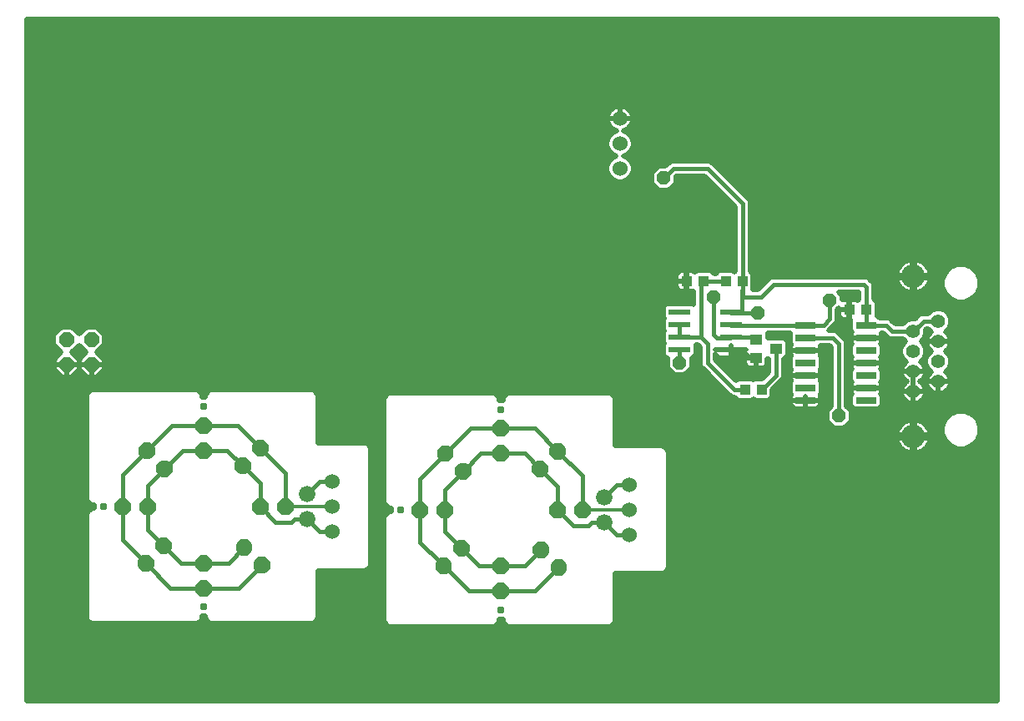
<source format=gtl>
G75*
G70*
%OFA0B0*%
%FSLAX24Y24*%
%IPPOS*%
%LPD*%
%AMOC8*
5,1,8,0,0,1.08239X$1,22.5*
%
%ADD10R,0.0866X0.0236*%
%ADD11R,0.0394X0.0433*%
%ADD12R,0.0413X0.0425*%
%ADD13R,0.0500X0.0394*%
%ADD14OC8,0.0591*%
%ADD15C,0.0600*%
%ADD16C,0.0660*%
%ADD17C,0.0560*%
%ADD18C,0.0945*%
%ADD19R,0.0800X0.0260*%
%ADD20OC8,0.0660*%
%ADD21C,0.0132*%
%ADD22C,0.0200*%
%ADD23OC8,0.0531*%
%ADD24C,0.0160*%
%ADD25C,0.0120*%
%ADD26OC8,0.0290*%
D10*
X027100Y015432D03*
X027100Y015932D03*
X027100Y016432D03*
X027100Y016932D03*
X029148Y016932D03*
X029148Y016432D03*
X029148Y015932D03*
X029148Y015432D03*
D11*
X029717Y013848D03*
X030386Y013848D03*
X029621Y018157D03*
X028952Y018157D03*
D12*
X028068Y018175D03*
X027380Y018175D03*
X033880Y017035D03*
X034568Y017035D03*
D13*
X030945Y015473D03*
X030158Y015847D03*
X030158Y015098D03*
D14*
X003624Y014835D03*
X002624Y014835D03*
X002624Y015835D03*
X003624Y015835D03*
D15*
X013224Y010160D03*
X013224Y009160D03*
X013224Y008160D03*
X025099Y008035D03*
X025099Y009035D03*
X025099Y010035D03*
X024724Y022660D03*
X024724Y023660D03*
X024724Y024660D03*
D16*
X012224Y009660D03*
X012224Y008660D03*
X024099Y008535D03*
X024099Y009535D03*
D17*
X036443Y013754D03*
X036443Y014558D03*
X036443Y015361D03*
X036443Y016164D03*
X037443Y016566D03*
X037443Y015762D03*
X037443Y014959D03*
X037443Y014156D03*
D18*
X036443Y011961D03*
X036443Y018359D03*
D19*
X034559Y016410D03*
X034559Y015910D03*
X034559Y015410D03*
X034559Y014910D03*
X034559Y014410D03*
X034559Y013910D03*
X034559Y013410D03*
X032139Y013410D03*
X032139Y013910D03*
X032139Y014410D03*
X032139Y014910D03*
X032139Y015410D03*
X032139Y015910D03*
X032139Y016410D03*
D20*
X023224Y009035D03*
X022224Y009035D03*
X019974Y011285D03*
X019974Y012285D03*
X017724Y009035D03*
X016724Y009035D03*
X019974Y006785D03*
X019974Y005785D03*
X011349Y009160D03*
X010349Y009160D03*
X008099Y006910D03*
X008099Y005910D03*
X005849Y009160D03*
X004849Y009160D03*
X008099Y011410D03*
X008099Y012410D03*
D21*
X009854Y010834D02*
X009920Y010900D01*
X009920Y010682D01*
X009766Y010528D01*
X009548Y010528D01*
X009394Y010682D01*
X009394Y010900D01*
X009548Y011054D01*
X009766Y011054D01*
X009920Y010900D01*
X009821Y010859D01*
X009821Y010723D01*
X009725Y010627D01*
X009589Y010627D01*
X009493Y010723D01*
X009493Y010859D01*
X009589Y010955D01*
X009725Y010955D01*
X009821Y010859D01*
X009722Y010818D01*
X009722Y010764D01*
X009684Y010726D01*
X009630Y010726D01*
X009592Y010764D01*
X009592Y010818D01*
X009630Y010856D01*
X009684Y010856D01*
X009722Y010818D01*
X010561Y011541D02*
X010627Y011607D01*
X010627Y011389D01*
X010473Y011235D01*
X010255Y011235D01*
X010101Y011389D01*
X010101Y011607D01*
X010255Y011761D01*
X010473Y011761D01*
X010627Y011607D01*
X010528Y011566D01*
X010528Y011430D01*
X010432Y011334D01*
X010296Y011334D01*
X010200Y011430D01*
X010200Y011566D01*
X010296Y011662D01*
X010432Y011662D01*
X010528Y011566D01*
X010429Y011525D01*
X010429Y011471D01*
X010391Y011433D01*
X010337Y011433D01*
X010299Y011471D01*
X010299Y011525D01*
X010337Y011563D01*
X010391Y011563D01*
X010429Y011525D01*
X006483Y010878D02*
X006417Y010944D01*
X006635Y010944D01*
X006789Y010790D01*
X006789Y010572D01*
X006635Y010418D01*
X006417Y010418D01*
X006263Y010572D01*
X006263Y010790D01*
X006417Y010944D01*
X006458Y010845D01*
X006594Y010845D01*
X006690Y010749D01*
X006690Y010613D01*
X006594Y010517D01*
X006458Y010517D01*
X006362Y010613D01*
X006362Y010749D01*
X006458Y010845D01*
X006499Y010746D01*
X006553Y010746D01*
X006591Y010708D01*
X006591Y010654D01*
X006553Y010616D01*
X006499Y010616D01*
X006461Y010654D01*
X006461Y010708D01*
X006499Y010746D01*
X005776Y011586D02*
X005710Y011652D01*
X005928Y011652D01*
X006082Y011498D01*
X006082Y011280D01*
X005928Y011126D01*
X005710Y011126D01*
X005556Y011280D01*
X005556Y011498D01*
X005710Y011652D01*
X005751Y011553D01*
X005887Y011553D01*
X005983Y011457D01*
X005983Y011321D01*
X005887Y011225D01*
X005751Y011225D01*
X005655Y011321D01*
X005655Y011457D01*
X005751Y011553D01*
X005792Y011454D01*
X005846Y011454D01*
X005884Y011416D01*
X005884Y011362D01*
X005846Y011324D01*
X005792Y011324D01*
X005754Y011362D01*
X005754Y011416D01*
X005792Y011454D01*
X006292Y007559D02*
X006226Y007493D01*
X006226Y007711D01*
X006380Y007865D01*
X006598Y007865D01*
X006752Y007711D01*
X006752Y007493D01*
X006598Y007339D01*
X006380Y007339D01*
X006226Y007493D01*
X006325Y007534D01*
X006325Y007670D01*
X006421Y007766D01*
X006557Y007766D01*
X006653Y007670D01*
X006653Y007534D01*
X006557Y007438D01*
X006421Y007438D01*
X006325Y007534D01*
X006424Y007575D01*
X006424Y007629D01*
X006462Y007667D01*
X006516Y007667D01*
X006554Y007629D01*
X006554Y007575D01*
X006516Y007537D01*
X006462Y007537D01*
X006424Y007575D01*
X005585Y006852D02*
X005519Y006786D01*
X005519Y007004D01*
X005673Y007158D01*
X005891Y007158D01*
X006045Y007004D01*
X006045Y006786D01*
X005891Y006632D01*
X005673Y006632D01*
X005519Y006786D01*
X005618Y006827D01*
X005618Y006963D01*
X005714Y007059D01*
X005850Y007059D01*
X005946Y006963D01*
X005946Y006827D01*
X005850Y006731D01*
X005714Y006731D01*
X005618Y006827D01*
X005717Y006868D01*
X005717Y006922D01*
X005755Y006960D01*
X005809Y006960D01*
X005847Y006922D01*
X005847Y006868D01*
X005809Y006830D01*
X005755Y006830D01*
X005717Y006868D01*
X009752Y007332D02*
X009818Y007266D01*
X009600Y007266D01*
X009446Y007420D01*
X009446Y007638D01*
X009600Y007792D01*
X009818Y007792D01*
X009972Y007638D01*
X009972Y007420D01*
X009818Y007266D01*
X009777Y007365D01*
X009641Y007365D01*
X009545Y007461D01*
X009545Y007597D01*
X009641Y007693D01*
X009777Y007693D01*
X009873Y007597D01*
X009873Y007461D01*
X009777Y007365D01*
X009736Y007464D01*
X009682Y007464D01*
X009644Y007502D01*
X009644Y007556D01*
X009682Y007594D01*
X009736Y007594D01*
X009774Y007556D01*
X009774Y007502D01*
X009736Y007464D01*
X010459Y006625D02*
X010525Y006559D01*
X010307Y006559D01*
X010153Y006713D01*
X010153Y006931D01*
X010307Y007085D01*
X010525Y007085D01*
X010679Y006931D01*
X010679Y006713D01*
X010525Y006559D01*
X010484Y006658D01*
X010348Y006658D01*
X010252Y006754D01*
X010252Y006890D01*
X010348Y006986D01*
X010484Y006986D01*
X010580Y006890D01*
X010580Y006754D01*
X010484Y006658D01*
X010443Y006757D01*
X010389Y006757D01*
X010351Y006795D01*
X010351Y006849D01*
X010389Y006887D01*
X010443Y006887D01*
X010481Y006849D01*
X010481Y006795D01*
X010443Y006757D01*
X017482Y006748D02*
X017416Y006682D01*
X017416Y006900D01*
X017570Y007054D01*
X017788Y007054D01*
X017942Y006900D01*
X017942Y006682D01*
X017788Y006528D01*
X017570Y006528D01*
X017416Y006682D01*
X017515Y006723D01*
X017515Y006859D01*
X017611Y006955D01*
X017747Y006955D01*
X017843Y006859D01*
X017843Y006723D01*
X017747Y006627D01*
X017611Y006627D01*
X017515Y006723D01*
X017614Y006764D01*
X017614Y006818D01*
X017652Y006856D01*
X017706Y006856D01*
X017744Y006818D01*
X017744Y006764D01*
X017706Y006726D01*
X017652Y006726D01*
X017614Y006764D01*
X018189Y007455D02*
X018123Y007389D01*
X018123Y007607D01*
X018277Y007761D01*
X018495Y007761D01*
X018649Y007607D01*
X018649Y007389D01*
X018495Y007235D01*
X018277Y007235D01*
X018123Y007389D01*
X018222Y007430D01*
X018222Y007566D01*
X018318Y007662D01*
X018454Y007662D01*
X018550Y007566D01*
X018550Y007430D01*
X018454Y007334D01*
X018318Y007334D01*
X018222Y007430D01*
X018321Y007471D01*
X018321Y007525D01*
X018359Y007563D01*
X018413Y007563D01*
X018451Y007525D01*
X018451Y007471D01*
X018413Y007433D01*
X018359Y007433D01*
X018321Y007471D01*
X021612Y007243D02*
X021678Y007177D01*
X021460Y007177D01*
X021306Y007331D01*
X021306Y007549D01*
X021460Y007703D01*
X021678Y007703D01*
X021832Y007549D01*
X021832Y007331D01*
X021678Y007177D01*
X021637Y007276D01*
X021501Y007276D01*
X021405Y007372D01*
X021405Y007508D01*
X021501Y007604D01*
X021637Y007604D01*
X021733Y007508D01*
X021733Y007372D01*
X021637Y007276D01*
X021596Y007375D01*
X021542Y007375D01*
X021504Y007413D01*
X021504Y007467D01*
X021542Y007505D01*
X021596Y007505D01*
X021634Y007467D01*
X021634Y007413D01*
X021596Y007375D01*
X022319Y006536D02*
X022385Y006470D01*
X022167Y006470D01*
X022013Y006624D01*
X022013Y006842D01*
X022167Y006996D01*
X022385Y006996D01*
X022539Y006842D01*
X022539Y006624D01*
X022385Y006470D01*
X022344Y006569D01*
X022208Y006569D01*
X022112Y006665D01*
X022112Y006801D01*
X022208Y006897D01*
X022344Y006897D01*
X022440Y006801D01*
X022440Y006665D01*
X022344Y006569D01*
X022303Y006668D01*
X022249Y006668D01*
X022211Y006706D01*
X022211Y006760D01*
X022249Y006798D01*
X022303Y006798D01*
X022341Y006760D01*
X022341Y006706D01*
X022303Y006668D01*
X021729Y010709D02*
X021795Y010775D01*
X021795Y010557D01*
X021641Y010403D01*
X021423Y010403D01*
X021269Y010557D01*
X021269Y010775D01*
X021423Y010929D01*
X021641Y010929D01*
X021795Y010775D01*
X021696Y010734D01*
X021696Y010598D01*
X021600Y010502D01*
X021464Y010502D01*
X021368Y010598D01*
X021368Y010734D01*
X021464Y010830D01*
X021600Y010830D01*
X021696Y010734D01*
X021597Y010693D01*
X021597Y010639D01*
X021559Y010601D01*
X021505Y010601D01*
X021467Y010639D01*
X021467Y010693D01*
X021505Y010731D01*
X021559Y010731D01*
X021597Y010693D01*
X022436Y011416D02*
X022502Y011482D01*
X022502Y011264D01*
X022348Y011110D01*
X022130Y011110D01*
X021976Y011264D01*
X021976Y011482D01*
X022130Y011636D01*
X022348Y011636D01*
X022502Y011482D01*
X022403Y011441D01*
X022403Y011305D01*
X022307Y011209D01*
X022171Y011209D01*
X022075Y011305D01*
X022075Y011441D01*
X022171Y011537D01*
X022307Y011537D01*
X022403Y011441D01*
X022304Y011400D01*
X022304Y011346D01*
X022266Y011308D01*
X022212Y011308D01*
X022174Y011346D01*
X022174Y011400D01*
X022212Y011438D01*
X022266Y011438D01*
X022304Y011400D01*
X018410Y010775D02*
X018344Y010841D01*
X018562Y010841D01*
X018716Y010687D01*
X018716Y010469D01*
X018562Y010315D01*
X018344Y010315D01*
X018190Y010469D01*
X018190Y010687D01*
X018344Y010841D01*
X018385Y010742D01*
X018521Y010742D01*
X018617Y010646D01*
X018617Y010510D01*
X018521Y010414D01*
X018385Y010414D01*
X018289Y010510D01*
X018289Y010646D01*
X018385Y010742D01*
X018426Y010643D01*
X018480Y010643D01*
X018518Y010605D01*
X018518Y010551D01*
X018480Y010513D01*
X018426Y010513D01*
X018388Y010551D01*
X018388Y010605D01*
X018426Y010643D01*
X017702Y011482D02*
X017636Y011548D01*
X017854Y011548D01*
X018008Y011394D01*
X018008Y011176D01*
X017854Y011022D01*
X017636Y011022D01*
X017482Y011176D01*
X017482Y011394D01*
X017636Y011548D01*
X017677Y011449D01*
X017813Y011449D01*
X017909Y011353D01*
X017909Y011217D01*
X017813Y011121D01*
X017677Y011121D01*
X017581Y011217D01*
X017581Y011353D01*
X017677Y011449D01*
X017718Y011350D01*
X017772Y011350D01*
X017810Y011312D01*
X017810Y011258D01*
X017772Y011220D01*
X017718Y011220D01*
X017680Y011258D01*
X017680Y011312D01*
X017718Y011350D01*
D22*
X001034Y001388D02*
X039784Y001388D01*
X039784Y028638D01*
X001034Y028638D01*
X001034Y001388D01*
X001034Y001550D02*
X039784Y001550D01*
X039784Y001748D02*
X001034Y001748D01*
X001034Y001947D02*
X039784Y001947D01*
X039784Y002145D02*
X001034Y002145D01*
X001034Y002344D02*
X039784Y002344D01*
X039784Y002542D02*
X001034Y002542D01*
X001034Y002741D02*
X039784Y002741D01*
X039784Y002939D02*
X001034Y002939D01*
X001034Y003138D02*
X039784Y003138D01*
X039784Y003336D02*
X001034Y003336D01*
X001034Y003535D02*
X039784Y003535D01*
X039784Y003733D02*
X001034Y003733D01*
X001034Y003932D02*
X039784Y003932D01*
X039784Y004130D02*
X001034Y004130D01*
X001034Y004329D02*
X039784Y004329D01*
X039784Y004527D02*
X024494Y004527D01*
X024478Y004490D02*
X024524Y004600D01*
X024524Y006485D01*
X026409Y006485D01*
X026519Y006531D01*
X026603Y006615D01*
X026649Y006725D01*
X026649Y011345D01*
X026603Y011455D01*
X026519Y011539D01*
X026409Y011585D01*
X024524Y011585D01*
X024524Y013470D01*
X024478Y013580D01*
X024394Y013664D01*
X024284Y013710D01*
X020289Y013710D01*
X020179Y013664D01*
X020095Y013580D01*
X020049Y013470D01*
X020049Y013400D01*
X019899Y013400D01*
X019899Y013470D01*
X019853Y013580D01*
X019769Y013664D01*
X019659Y013710D01*
X015539Y013710D01*
X015429Y013664D01*
X015345Y013580D01*
X015299Y013470D01*
X015299Y009350D01*
X015345Y009240D01*
X015429Y009156D01*
X015539Y009110D01*
X015609Y009110D01*
X015609Y008960D01*
X015539Y008960D01*
X015429Y008914D01*
X015345Y008830D01*
X015299Y008720D01*
X015299Y004600D01*
X015345Y004490D01*
X015429Y004406D01*
X015539Y004360D01*
X019659Y004360D01*
X019769Y004406D01*
X019853Y004490D01*
X019899Y004600D01*
X019899Y004670D01*
X020049Y004670D01*
X020049Y004600D01*
X020095Y004490D01*
X020179Y004406D01*
X020289Y004360D01*
X024284Y004360D01*
X024394Y004406D01*
X024478Y004490D01*
X024524Y004726D02*
X039784Y004726D01*
X039784Y004924D02*
X024524Y004924D01*
X024524Y005123D02*
X039784Y005123D01*
X039784Y005321D02*
X024524Y005321D01*
X024524Y005520D02*
X039784Y005520D01*
X039784Y005718D02*
X024524Y005718D01*
X024524Y005917D02*
X039784Y005917D01*
X039784Y006115D02*
X024524Y006115D01*
X024524Y006314D02*
X039784Y006314D01*
X039784Y006512D02*
X026474Y006512D01*
X026643Y006711D02*
X039784Y006711D01*
X039784Y006909D02*
X026649Y006909D01*
X026649Y007108D02*
X039784Y007108D01*
X039784Y007306D02*
X026649Y007306D01*
X026649Y007505D02*
X039784Y007505D01*
X039784Y007703D02*
X026649Y007703D01*
X026649Y007902D02*
X039784Y007902D01*
X039784Y008100D02*
X026649Y008100D01*
X026649Y008299D02*
X039784Y008299D01*
X039784Y008497D02*
X026649Y008497D01*
X026649Y008696D02*
X039784Y008696D01*
X039784Y008894D02*
X026649Y008894D01*
X026649Y009093D02*
X039784Y009093D01*
X039784Y009291D02*
X026649Y009291D01*
X026649Y009490D02*
X039784Y009490D01*
X039784Y009688D02*
X026649Y009688D01*
X026649Y009887D02*
X039784Y009887D01*
X039784Y010085D02*
X026649Y010085D01*
X026649Y010284D02*
X039784Y010284D01*
X039784Y010482D02*
X026649Y010482D01*
X026649Y010681D02*
X039784Y010681D01*
X039784Y010879D02*
X026649Y010879D01*
X026649Y011078D02*
X039784Y011078D01*
X039784Y011276D02*
X026649Y011276D01*
X026584Y011475D02*
X035979Y011475D01*
X035999Y011455D02*
X036069Y011401D01*
X036145Y011357D01*
X036227Y011323D01*
X036312Y011300D01*
X036386Y011291D01*
X036386Y011904D01*
X035773Y011904D01*
X035783Y011830D01*
X035805Y011745D01*
X035839Y011663D01*
X035883Y011587D01*
X035937Y011517D01*
X035999Y011455D01*
X035835Y011673D02*
X024524Y011673D01*
X024524Y011872D02*
X035777Y011872D01*
X035773Y012019D02*
X036386Y012019D01*
X036386Y012632D01*
X036312Y012622D01*
X036227Y012599D01*
X036145Y012566D01*
X036069Y012521D01*
X035999Y012468D01*
X035937Y012406D01*
X035883Y012336D01*
X035839Y012259D01*
X035805Y012178D01*
X035783Y012093D01*
X035773Y012019D01*
X035780Y012070D02*
X024524Y012070D01*
X024524Y012269D02*
X035844Y012269D01*
X035998Y012467D02*
X033843Y012467D01*
X033960Y012584D02*
X033675Y012299D01*
X033273Y012299D01*
X032988Y012584D01*
X032988Y012986D01*
X033174Y013172D01*
X033174Y015536D01*
X033100Y015610D01*
X032727Y015610D01*
X032739Y015566D01*
X032739Y015410D01*
X032139Y015410D01*
X032139Y015410D01*
X031539Y015410D01*
X031539Y015566D01*
X031553Y015617D01*
X031567Y015641D01*
X031519Y015689D01*
X031519Y016110D01*
X030628Y016110D01*
X030628Y015889D01*
X031287Y015889D01*
X031415Y015760D01*
X031415Y015185D01*
X031287Y015056D01*
X031245Y015056D01*
X031245Y014347D01*
X031200Y014237D01*
X030803Y013840D01*
X030803Y013540D01*
X030674Y013411D01*
X030098Y013411D01*
X030052Y013458D01*
X030005Y013411D01*
X029429Y013411D01*
X029300Y013540D01*
X029300Y013548D01*
X029227Y013548D01*
X029117Y013593D01*
X029032Y013678D01*
X029032Y013678D01*
X028054Y014656D01*
X027970Y014740D01*
X027924Y014850D01*
X027924Y015536D01*
X027827Y015632D01*
X027753Y015632D01*
X027753Y015223D01*
X027625Y015094D01*
X027585Y015094D01*
X027585Y014709D01*
X027300Y014424D01*
X026898Y014424D01*
X026613Y014709D01*
X026613Y015094D01*
X026576Y015094D01*
X026447Y015223D01*
X026447Y015641D01*
X026488Y015682D01*
X026447Y015723D01*
X026447Y016141D01*
X026488Y016182D01*
X026447Y016223D01*
X026447Y016641D01*
X026488Y016682D01*
X026447Y016723D01*
X026447Y017141D01*
X026576Y017270D01*
X027625Y017270D01*
X027652Y017243D01*
X027652Y017773D01*
X027613Y017763D01*
X027383Y017763D01*
X027383Y018172D01*
X027376Y018172D01*
X026973Y018172D01*
X026973Y017936D01*
X026986Y017885D01*
X027013Y017840D01*
X027050Y017803D01*
X027096Y017776D01*
X027146Y017763D01*
X027376Y017763D01*
X027376Y018172D01*
X027376Y018179D01*
X027376Y018588D01*
X027146Y018588D01*
X027096Y018574D01*
X027050Y018548D01*
X027013Y018511D01*
X026986Y018465D01*
X026973Y018414D01*
X026973Y018179D01*
X027376Y018179D01*
X027383Y018179D01*
X027383Y018588D01*
X027613Y018588D01*
X027663Y018574D01*
X027709Y018548D01*
X027710Y018547D01*
X027771Y018608D01*
X028366Y018608D01*
X028495Y018479D01*
X028495Y018475D01*
X028545Y018475D01*
X028664Y018594D01*
X029240Y018594D01*
X029287Y018547D01*
X029324Y018585D01*
X029324Y021136D01*
X028100Y022360D01*
X026973Y022360D01*
X026960Y022346D01*
X026960Y022084D01*
X026675Y021799D01*
X026273Y021799D01*
X025988Y022084D01*
X025988Y022486D01*
X026273Y022771D01*
X026535Y022771D01*
X026679Y022914D01*
X026789Y022960D01*
X028284Y022960D01*
X028394Y022914D01*
X028478Y022830D01*
X028478Y022830D01*
X029878Y021430D01*
X029924Y021320D01*
X029924Y018579D01*
X030038Y018465D01*
X030038Y017850D01*
X030023Y017835D01*
X030225Y017835D01*
X030679Y018289D01*
X030789Y018335D01*
X034534Y018335D01*
X034644Y018289D01*
X034728Y018205D01*
X034813Y018120D01*
X034859Y018010D01*
X034859Y017468D01*
X034866Y017468D01*
X034995Y017339D01*
X034995Y016760D01*
X035050Y016760D01*
X035100Y016710D01*
X035409Y016710D01*
X035519Y016664D01*
X035603Y016580D01*
X035719Y016464D01*
X036036Y016464D01*
X036160Y016588D01*
X036344Y016664D01*
X036519Y016664D01*
X036675Y016820D01*
X036785Y016866D01*
X037036Y016866D01*
X037160Y016989D01*
X037344Y017066D01*
X037543Y017066D01*
X037727Y016989D01*
X037867Y016849D01*
X037943Y016665D01*
X037943Y016466D01*
X037867Y016282D01*
X037732Y016146D01*
X037756Y016128D01*
X037810Y016075D01*
X037854Y016014D01*
X037888Y015947D01*
X037912Y015875D01*
X037923Y015800D01*
X037923Y015762D01*
X037444Y015762D01*
X037444Y015762D01*
X037923Y015762D01*
X037923Y015725D01*
X037912Y015650D01*
X037888Y015578D01*
X037854Y015511D01*
X037810Y015450D01*
X037756Y015396D01*
X037732Y015378D01*
X037867Y015242D01*
X037943Y015059D01*
X037943Y014860D01*
X037867Y014676D01*
X037732Y014540D01*
X037756Y014522D01*
X037810Y014469D01*
X037854Y014408D01*
X037888Y014340D01*
X037912Y014268D01*
X037923Y014194D01*
X037923Y014156D01*
X037444Y014156D01*
X037444Y014156D01*
X037923Y014156D01*
X037923Y014118D01*
X037912Y014044D01*
X037888Y013972D01*
X037854Y013904D01*
X037810Y013843D01*
X037756Y013790D01*
X037695Y013746D01*
X037628Y013711D01*
X037556Y013688D01*
X037481Y013676D01*
X037443Y013676D01*
X037443Y014156D01*
X036963Y014156D01*
X036963Y014118D01*
X036975Y014044D01*
X036999Y013972D01*
X037033Y013904D01*
X037077Y013843D01*
X037131Y013790D01*
X037192Y013746D01*
X037259Y013711D01*
X037331Y013688D01*
X037406Y013676D01*
X037443Y013676D01*
X037443Y014156D01*
X037443Y014156D01*
X036963Y014156D01*
X036963Y014194D01*
X036975Y014268D01*
X036999Y014340D01*
X037033Y014408D01*
X037077Y014469D01*
X037131Y014522D01*
X037155Y014540D01*
X037020Y014676D01*
X036943Y014860D01*
X036943Y015059D01*
X037020Y015242D01*
X037155Y015378D01*
X037131Y015396D01*
X037077Y015450D01*
X037033Y015511D01*
X036999Y015578D01*
X036975Y015650D01*
X036963Y015725D01*
X036963Y015762D01*
X037443Y015762D01*
X037443Y015762D01*
X036963Y015762D01*
X036963Y015800D01*
X036975Y015875D01*
X036999Y015947D01*
X037033Y016014D01*
X037077Y016075D01*
X037131Y016128D01*
X037155Y016146D01*
X037036Y016266D01*
X036969Y016266D01*
X036943Y016240D01*
X036943Y016064D01*
X036867Y015881D01*
X036749Y015762D01*
X036867Y015644D01*
X036943Y015460D01*
X036943Y015261D01*
X036867Y015078D01*
X036732Y014942D01*
X036756Y014924D01*
X036810Y014870D01*
X036854Y014809D01*
X036888Y014742D01*
X036912Y014670D01*
X036923Y014595D01*
X036923Y014558D01*
X036444Y014558D01*
X036444Y014558D01*
X036923Y014558D01*
X036923Y014520D01*
X036912Y014445D01*
X036888Y014373D01*
X036854Y014306D01*
X036810Y014245D01*
X036756Y014192D01*
X036707Y014156D01*
X036756Y014121D01*
X036810Y014067D01*
X036854Y014006D01*
X036888Y013939D01*
X036912Y013867D01*
X036923Y013792D01*
X036923Y013754D01*
X036444Y013754D01*
X036444Y013754D01*
X036443Y013754D02*
X036443Y013274D01*
X036443Y013754D01*
X036443Y013754D01*
X035963Y013754D01*
X035963Y013717D01*
X035975Y013642D01*
X035999Y013570D01*
X036033Y013503D01*
X036077Y013442D01*
X036131Y013388D01*
X036192Y013344D01*
X036259Y013310D01*
X036331Y013286D01*
X036406Y013274D01*
X036443Y013274D01*
X036481Y013274D01*
X036556Y013286D01*
X036628Y013310D01*
X036695Y013344D01*
X036756Y013388D01*
X036810Y013442D01*
X036854Y013503D01*
X036888Y013570D01*
X036912Y013642D01*
X036923Y013717D01*
X036923Y013754D01*
X036444Y013754D01*
X036443Y013754D02*
X036443Y013754D01*
X035963Y013754D01*
X035963Y013792D01*
X035975Y013867D01*
X035999Y013939D01*
X036033Y014006D01*
X036077Y014067D01*
X036131Y014121D01*
X036180Y014156D01*
X036131Y014192D01*
X036077Y014245D01*
X036033Y014306D01*
X035999Y014373D01*
X035975Y014445D01*
X035963Y014520D01*
X035963Y014558D01*
X036443Y014558D01*
X036443Y014558D01*
X035963Y014558D01*
X035963Y014595D01*
X035975Y014670D01*
X035999Y014742D01*
X036033Y014809D01*
X036077Y014870D01*
X036131Y014924D01*
X036155Y014942D01*
X036020Y015078D01*
X035943Y015261D01*
X035943Y015460D01*
X036020Y015644D01*
X036138Y015762D01*
X036036Y015864D01*
X035535Y015864D01*
X035425Y015910D01*
X035225Y016110D01*
X035147Y016110D01*
X035159Y016066D01*
X035159Y015910D01*
X034559Y015910D01*
X034559Y015910D01*
X033959Y015910D01*
X033959Y016066D01*
X033973Y016117D01*
X033987Y016141D01*
X033939Y016189D01*
X033939Y016622D01*
X033883Y016622D01*
X033883Y017032D01*
X033876Y017032D01*
X033473Y017032D01*
X033473Y016796D01*
X033486Y016745D01*
X033513Y016700D01*
X033550Y016662D01*
X033596Y016636D01*
X033646Y016622D01*
X033876Y016622D01*
X033876Y017032D01*
X033876Y017038D01*
X033473Y017038D01*
X033473Y017097D01*
X033399Y017023D01*
X033399Y016600D01*
X033353Y016490D01*
X033103Y016240D01*
X033073Y016210D01*
X033284Y016210D01*
X033394Y016164D01*
X033478Y016080D01*
X033728Y015830D01*
X033774Y015720D01*
X033774Y013172D01*
X033960Y012986D01*
X033960Y012584D01*
X033960Y012666D02*
X037720Y012666D01*
X037712Y012657D02*
X037597Y012380D01*
X037597Y012081D01*
X037712Y011805D01*
X037923Y011593D01*
X038199Y011479D01*
X038499Y011479D01*
X038775Y011593D01*
X038986Y011805D01*
X039101Y012081D01*
X039101Y012380D01*
X038986Y012657D01*
X038775Y012868D01*
X038499Y012983D01*
X038199Y012983D01*
X037923Y012868D01*
X037712Y012657D01*
X037633Y012467D02*
X036889Y012467D01*
X036888Y012468D02*
X036818Y012521D01*
X036742Y012566D01*
X036660Y012599D01*
X036575Y012622D01*
X036501Y012632D01*
X036501Y012019D01*
X036386Y012019D01*
X036386Y011904D01*
X036501Y011904D01*
X036501Y012019D01*
X037114Y012019D01*
X037104Y012093D01*
X037082Y012178D01*
X037048Y012259D01*
X037004Y012336D01*
X036950Y012406D01*
X036888Y012468D01*
X037043Y012269D02*
X037597Y012269D01*
X037602Y012070D02*
X037107Y012070D01*
X037114Y011904D02*
X036501Y011904D01*
X036501Y011291D01*
X036575Y011300D01*
X036660Y011323D01*
X036742Y011357D01*
X036818Y011401D01*
X036888Y011455D01*
X036950Y011517D01*
X037004Y011587D01*
X037048Y011663D01*
X037082Y011745D01*
X037104Y011830D01*
X037114Y011904D01*
X037110Y011872D02*
X037684Y011872D01*
X037843Y011673D02*
X037052Y011673D01*
X036908Y011475D02*
X039784Y011475D01*
X039784Y011673D02*
X038855Y011673D01*
X039014Y011872D02*
X039784Y011872D01*
X039784Y012070D02*
X039096Y012070D01*
X039101Y012269D02*
X039784Y012269D01*
X039784Y012467D02*
X039065Y012467D01*
X038978Y012666D02*
X039784Y012666D01*
X039784Y012864D02*
X038779Y012864D01*
X037919Y012864D02*
X033960Y012864D01*
X033883Y013063D02*
X034065Y013063D01*
X034068Y013060D02*
X035050Y013060D01*
X035179Y013189D01*
X035179Y013631D01*
X035131Y013679D01*
X035145Y013703D01*
X035159Y013754D01*
X035159Y013910D01*
X035159Y014066D01*
X035145Y014117D01*
X035131Y014141D01*
X035179Y014189D01*
X035179Y014631D01*
X035131Y014679D01*
X035145Y014703D01*
X035159Y014754D01*
X035159Y014910D01*
X035159Y015066D01*
X035145Y015117D01*
X035131Y015141D01*
X035179Y015189D01*
X035179Y015631D01*
X035131Y015679D01*
X035145Y015703D01*
X035159Y015754D01*
X035159Y015910D01*
X034559Y015910D01*
X033959Y015910D01*
X033959Y015754D01*
X033973Y015703D01*
X033987Y015679D01*
X033939Y015631D01*
X033939Y015189D01*
X033987Y015141D01*
X033973Y015117D01*
X033959Y015066D01*
X033959Y014910D01*
X034559Y014910D01*
X034559Y014910D01*
X033959Y014910D01*
X033959Y014754D01*
X033973Y014703D01*
X033987Y014679D01*
X033939Y014631D01*
X033939Y014189D01*
X033987Y014141D01*
X033973Y014117D01*
X033959Y014066D01*
X033959Y013910D01*
X034559Y013910D01*
X034559Y013910D01*
X033959Y013910D01*
X033959Y013754D01*
X033973Y013703D01*
X033987Y013679D01*
X033939Y013631D01*
X033939Y013189D01*
X034068Y013060D01*
X033939Y013261D02*
X033774Y013261D01*
X033774Y013460D02*
X033939Y013460D01*
X033966Y013658D02*
X033774Y013658D01*
X033774Y013857D02*
X033959Y013857D01*
X033959Y014055D02*
X033774Y014055D01*
X033774Y014254D02*
X033939Y014254D01*
X033939Y014452D02*
X033774Y014452D01*
X033774Y014651D02*
X033958Y014651D01*
X033959Y014849D02*
X033774Y014849D01*
X033774Y015048D02*
X033959Y015048D01*
X033939Y015246D02*
X033774Y015246D01*
X033774Y015445D02*
X033939Y015445D01*
X033951Y015643D02*
X033774Y015643D01*
X033717Y015842D02*
X033959Y015842D01*
X033959Y016040D02*
X033518Y016040D01*
X033102Y016239D02*
X033939Y016239D01*
X033939Y016437D02*
X033300Y016437D01*
X033399Y016636D02*
X033598Y016636D01*
X033473Y016834D02*
X033399Y016834D01*
X033408Y017033D02*
X033876Y017033D01*
X033876Y017038D02*
X033876Y017448D01*
X033646Y017448D01*
X033596Y017434D01*
X033585Y017428D01*
X033585Y017611D01*
X033461Y017735D01*
X034259Y017735D01*
X034259Y017456D01*
X034210Y017407D01*
X034209Y017408D01*
X034163Y017434D01*
X034113Y017448D01*
X033883Y017448D01*
X033883Y017038D01*
X033876Y017038D01*
X033876Y017231D02*
X033883Y017231D01*
X033876Y017430D02*
X033883Y017430D01*
X034171Y017430D02*
X034233Y017430D01*
X034259Y017628D02*
X033568Y017628D01*
X033585Y017430D02*
X033588Y017430D01*
X033876Y016834D02*
X033883Y016834D01*
X033876Y016636D02*
X033883Y016636D01*
X034559Y015910D02*
X034559Y015910D01*
X035159Y015842D02*
X036059Y015842D01*
X036019Y015643D02*
X035167Y015643D01*
X035179Y015445D02*
X035943Y015445D01*
X035950Y015246D02*
X035179Y015246D01*
X035159Y015048D02*
X036050Y015048D01*
X036062Y014849D02*
X035159Y014849D01*
X035159Y014910D02*
X034559Y014910D01*
X035159Y014910D01*
X035160Y014651D02*
X035972Y014651D01*
X035974Y014452D02*
X035179Y014452D01*
X035179Y014254D02*
X036071Y014254D01*
X036069Y014055D02*
X035159Y014055D01*
X035159Y013910D02*
X034559Y013910D01*
X034559Y013910D01*
X035159Y013910D01*
X035159Y013857D02*
X035974Y013857D01*
X035973Y013658D02*
X035152Y013658D01*
X035179Y013460D02*
X036064Y013460D01*
X036443Y013460D02*
X036443Y013460D01*
X036443Y013658D02*
X036443Y013658D01*
X036443Y013755D02*
X036443Y014234D01*
X036443Y014558D01*
X036443Y014558D01*
X036443Y013755D01*
X036443Y013755D01*
X036443Y013857D02*
X036443Y013857D01*
X036443Y014055D02*
X036443Y014055D01*
X036443Y014254D02*
X036443Y014254D01*
X036443Y014452D02*
X036443Y014452D01*
X036816Y014254D02*
X036973Y014254D01*
X036974Y014055D02*
X036818Y014055D01*
X036913Y013857D02*
X037068Y013857D01*
X036914Y013658D02*
X039784Y013658D01*
X039784Y013460D02*
X036822Y013460D01*
X037443Y013857D02*
X037443Y013857D01*
X037443Y014055D02*
X037443Y014055D01*
X037443Y014156D02*
X037443Y014156D01*
X037065Y014452D02*
X036913Y014452D01*
X036915Y014651D02*
X037045Y014651D01*
X036948Y014849D02*
X036825Y014849D01*
X036837Y015048D02*
X036943Y015048D01*
X036937Y015246D02*
X037023Y015246D01*
X037083Y015445D02*
X036943Y015445D01*
X036978Y015643D02*
X036868Y015643D01*
X036828Y015842D02*
X036970Y015842D01*
X036933Y016040D02*
X037052Y016040D01*
X037063Y016239D02*
X036943Y016239D01*
X036275Y016636D02*
X035548Y016636D01*
X034995Y016834D02*
X036709Y016834D01*
X037264Y017033D02*
X034995Y017033D01*
X034995Y017231D02*
X039784Y017231D01*
X039784Y017033D02*
X037623Y017033D01*
X037873Y016834D02*
X039784Y016834D01*
X039784Y016636D02*
X037943Y016636D01*
X037931Y016437D02*
X039784Y016437D01*
X039784Y016239D02*
X037824Y016239D01*
X037835Y016040D02*
X039784Y016040D01*
X039784Y015842D02*
X037917Y015842D01*
X037909Y015643D02*
X039784Y015643D01*
X039784Y015445D02*
X037804Y015445D01*
X037864Y015246D02*
X039784Y015246D01*
X039784Y015048D02*
X037943Y015048D01*
X037939Y014849D02*
X039784Y014849D01*
X039784Y014651D02*
X037842Y014651D01*
X037822Y014452D02*
X039784Y014452D01*
X039784Y014254D02*
X037914Y014254D01*
X037913Y014055D02*
X039784Y014055D01*
X039784Y013857D02*
X037819Y013857D01*
X039784Y013261D02*
X035179Y013261D01*
X035053Y013063D02*
X039784Y013063D01*
X036501Y012467D02*
X036386Y012467D01*
X036386Y012269D02*
X036501Y012269D01*
X036501Y012070D02*
X036386Y012070D01*
X036386Y011872D02*
X036501Y011872D01*
X036501Y011673D02*
X036386Y011673D01*
X036386Y011475D02*
X036501Y011475D01*
X033105Y012467D02*
X024524Y012467D01*
X024524Y012666D02*
X032988Y012666D01*
X032988Y012864D02*
X024524Y012864D01*
X024524Y013063D02*
X033065Y013063D01*
X033174Y013261D02*
X032739Y013261D01*
X032739Y013254D02*
X032739Y013410D01*
X032739Y013566D01*
X032725Y013617D01*
X032711Y013641D01*
X032759Y013689D01*
X032759Y014131D01*
X032711Y014179D01*
X032725Y014203D01*
X032739Y014254D01*
X032739Y014410D01*
X032739Y014566D01*
X032725Y014617D01*
X032711Y014641D01*
X032759Y014689D01*
X032759Y015131D01*
X032711Y015179D01*
X032725Y015203D01*
X032739Y015254D01*
X032739Y015410D01*
X032139Y015410D01*
X031539Y015410D01*
X031539Y015254D01*
X031553Y015203D01*
X031567Y015179D01*
X031519Y015131D01*
X031519Y014689D01*
X031567Y014641D01*
X031553Y014617D01*
X031539Y014566D01*
X031539Y014410D01*
X032139Y014410D01*
X032139Y014410D01*
X031539Y014410D01*
X031539Y014254D01*
X031553Y014203D01*
X031567Y014179D01*
X031519Y014131D01*
X031519Y013689D01*
X031567Y013641D01*
X031553Y013617D01*
X031539Y013566D01*
X031539Y013410D01*
X032139Y013410D01*
X032139Y013410D01*
X031539Y013410D01*
X031539Y013254D01*
X031553Y013203D01*
X031579Y013157D01*
X031616Y013120D01*
X031662Y013094D01*
X031713Y013080D01*
X032139Y013080D01*
X032139Y013410D01*
X032139Y013560D01*
X032139Y013560D01*
X032139Y013410D01*
X032139Y013410D01*
X032139Y013410D01*
X032139Y013080D01*
X032565Y013080D01*
X032616Y013094D01*
X032662Y013120D01*
X032699Y013157D01*
X032725Y013203D01*
X032739Y013254D01*
X032739Y013410D02*
X032139Y013410D01*
X032739Y013410D01*
X032739Y013460D02*
X033174Y013460D01*
X033174Y013658D02*
X032728Y013658D01*
X032759Y013857D02*
X033174Y013857D01*
X033174Y014055D02*
X032759Y014055D01*
X032739Y014254D02*
X033174Y014254D01*
X033174Y014452D02*
X032739Y014452D01*
X032739Y014410D02*
X032139Y014410D01*
X032139Y014410D01*
X032739Y014410D01*
X032721Y014651D02*
X033174Y014651D01*
X033174Y014849D02*
X032759Y014849D01*
X032759Y015048D02*
X033174Y015048D01*
X033174Y015246D02*
X032737Y015246D01*
X032739Y015445D02*
X033174Y015445D01*
X032139Y015410D02*
X032139Y015410D01*
X031539Y015445D02*
X031415Y015445D01*
X031415Y015643D02*
X031565Y015643D01*
X031519Y015842D02*
X031334Y015842D01*
X031519Y016040D02*
X030628Y016040D01*
X029762Y015432D02*
X029762Y015432D01*
X029148Y015432D01*
X029148Y015432D01*
X029148Y015114D01*
X029607Y015114D01*
X029658Y015128D01*
X029704Y015154D01*
X029708Y015159D01*
X029708Y015098D01*
X029708Y014875D01*
X029722Y014824D01*
X029748Y014779D01*
X029785Y014742D01*
X029831Y014715D01*
X029882Y014702D01*
X030158Y014702D01*
X030158Y015098D01*
X030158Y015098D01*
X030158Y014702D01*
X030434Y014702D01*
X030485Y014715D01*
X030531Y014742D01*
X030568Y014779D01*
X030594Y014824D01*
X030608Y014875D01*
X030608Y015056D01*
X030645Y015056D01*
X030645Y014531D01*
X030399Y014284D01*
X030098Y014284D01*
X030052Y014237D01*
X030005Y014284D01*
X029429Y014284D01*
X029352Y014207D01*
X028524Y015034D01*
X028524Y015253D01*
X028528Y015237D01*
X028555Y015191D01*
X028592Y015154D01*
X028637Y015128D01*
X028688Y015114D01*
X029148Y015114D01*
X029148Y015432D01*
X029148Y015432D01*
X029762Y015432D01*
X029708Y015098D02*
X030158Y015098D01*
X029708Y015098D01*
X029708Y015048D02*
X028524Y015048D01*
X028524Y015246D02*
X028526Y015246D01*
X028524Y015432D02*
X028524Y015432D01*
X029148Y015432D01*
X029148Y015432D01*
X029148Y015594D01*
X029148Y015594D01*
X029148Y015432D01*
X029148Y015432D01*
X028524Y015432D01*
X027924Y015445D02*
X027753Y015445D01*
X027753Y015246D02*
X027924Y015246D01*
X027924Y015048D02*
X027585Y015048D01*
X027585Y014849D02*
X027925Y014849D01*
X028059Y014651D02*
X027526Y014651D01*
X027328Y014452D02*
X028258Y014452D01*
X028456Y014254D02*
X001034Y014254D01*
X001034Y014452D02*
X002307Y014452D01*
X002419Y014340D02*
X002129Y014630D01*
X002129Y014835D01*
X002624Y014835D01*
X002624Y014835D01*
X002129Y014835D01*
X002129Y015040D01*
X002409Y015321D01*
X002109Y015622D01*
X002109Y016048D01*
X002411Y016350D01*
X002837Y016350D01*
X003124Y016064D01*
X003411Y016350D01*
X003837Y016350D01*
X004139Y016048D01*
X004139Y015622D01*
X003839Y015321D01*
X004119Y015040D01*
X004119Y014835D01*
X003624Y014835D01*
X003624Y014835D01*
X003129Y014835D01*
X003129Y014630D01*
X003419Y014340D01*
X003624Y014340D01*
X003624Y014835D01*
X003129Y014835D01*
X003129Y015040D01*
X003409Y015321D01*
X003124Y015606D01*
X002839Y015321D01*
X003119Y015040D01*
X003119Y014835D01*
X002624Y014835D01*
X002624Y014835D01*
X002624Y014340D01*
X002419Y014340D01*
X002624Y014340D02*
X002624Y014835D01*
X002624Y014835D01*
X003119Y014835D01*
X003119Y014630D01*
X002829Y014340D01*
X002624Y014340D01*
X002624Y014452D02*
X002624Y014452D01*
X002624Y014651D02*
X002624Y014651D01*
X002941Y014452D02*
X003307Y014452D01*
X003129Y014651D02*
X003119Y014651D01*
X003119Y014849D02*
X003129Y014849D01*
X003112Y015048D02*
X003136Y015048D01*
X003335Y015246D02*
X002913Y015246D01*
X002962Y015445D02*
X003286Y015445D01*
X003913Y015246D02*
X026447Y015246D01*
X026447Y015445D02*
X003962Y015445D01*
X004139Y015643D02*
X026449Y015643D01*
X026447Y015842D02*
X004139Y015842D01*
X004139Y016040D02*
X026447Y016040D01*
X026447Y016239D02*
X003949Y016239D01*
X003299Y016239D02*
X002949Y016239D01*
X002299Y016239D02*
X001034Y016239D01*
X001034Y016437D02*
X026447Y016437D01*
X026447Y016636D02*
X001034Y016636D01*
X001034Y016834D02*
X026447Y016834D01*
X026447Y017033D02*
X001034Y017033D01*
X001034Y017231D02*
X026537Y017231D01*
X027026Y017827D02*
X001034Y017827D01*
X001034Y018025D02*
X026973Y018025D01*
X026973Y018224D02*
X001034Y018224D01*
X001034Y018422D02*
X026975Y018422D01*
X027376Y018422D02*
X027383Y018422D01*
X027376Y018224D02*
X027383Y018224D01*
X027376Y018025D02*
X027383Y018025D01*
X027376Y017827D02*
X027383Y017827D01*
X027652Y017628D02*
X001034Y017628D01*
X001034Y017430D02*
X027652Y017430D01*
X029324Y018621D02*
X001034Y018621D01*
X001034Y018819D02*
X029324Y018819D01*
X029324Y019018D02*
X001034Y019018D01*
X001034Y019216D02*
X029324Y019216D01*
X029324Y019415D02*
X001034Y019415D01*
X001034Y019613D02*
X029324Y019613D01*
X029324Y019812D02*
X001034Y019812D01*
X001034Y020010D02*
X029324Y020010D01*
X029324Y020209D02*
X001034Y020209D01*
X001034Y020407D02*
X029324Y020407D01*
X029324Y020606D02*
X001034Y020606D01*
X001034Y020804D02*
X029324Y020804D01*
X029324Y021003D02*
X001034Y021003D01*
X001034Y021201D02*
X029259Y021201D01*
X029060Y021400D02*
X001034Y021400D01*
X001034Y021598D02*
X028862Y021598D01*
X028663Y021797D02*
X001034Y021797D01*
X001034Y021995D02*
X026077Y021995D01*
X025988Y022194D02*
X024957Y022194D01*
X025019Y022219D02*
X025165Y022365D01*
X025244Y022557D01*
X025244Y022763D01*
X025165Y022955D01*
X025019Y023101D01*
X024876Y023160D01*
X025019Y023219D01*
X025165Y023365D01*
X025244Y023557D01*
X025244Y023763D01*
X025165Y023955D01*
X025019Y024101D01*
X024844Y024173D01*
X024916Y024197D01*
X024986Y024232D01*
X025050Y024279D01*
X025105Y024334D01*
X025152Y024398D01*
X025187Y024468D01*
X025212Y024543D01*
X025224Y024621D01*
X025224Y024660D01*
X025224Y024699D01*
X025212Y024777D01*
X025187Y024852D01*
X025152Y024922D01*
X025105Y024986D01*
X025050Y025041D01*
X024986Y025088D01*
X024916Y025123D01*
X024841Y025148D01*
X024763Y025160D01*
X024724Y025160D01*
X024685Y025160D01*
X024607Y025148D01*
X024532Y025123D01*
X024462Y025088D01*
X024398Y025041D01*
X024343Y024986D01*
X024296Y024922D01*
X024261Y024852D01*
X024236Y024777D01*
X024224Y024699D01*
X024224Y024660D01*
X024724Y024660D01*
X024724Y024660D01*
X024224Y024660D01*
X024224Y024621D01*
X024236Y024543D01*
X024261Y024468D01*
X024296Y024398D01*
X024343Y024334D01*
X024398Y024279D01*
X024462Y024232D01*
X024532Y024197D01*
X024604Y024173D01*
X024429Y024101D01*
X024283Y023955D01*
X024204Y023763D01*
X024204Y023557D01*
X024283Y023365D01*
X024429Y023219D01*
X024572Y023160D01*
X024429Y023101D01*
X024283Y022955D01*
X024204Y022763D01*
X024204Y022557D01*
X024283Y022365D01*
X024429Y022219D01*
X024621Y022140D01*
X024827Y022140D01*
X025019Y022219D01*
X025176Y022392D02*
X025988Y022392D01*
X026093Y022591D02*
X025244Y022591D01*
X025233Y022789D02*
X026554Y022789D01*
X026960Y022194D02*
X028266Y022194D01*
X028465Y021995D02*
X026871Y021995D01*
X028519Y022789D02*
X039784Y022789D01*
X039784Y022591D02*
X028718Y022591D01*
X028916Y022392D02*
X039784Y022392D01*
X039784Y022194D02*
X029115Y022194D01*
X029313Y021995D02*
X039784Y021995D01*
X039784Y021797D02*
X029512Y021797D01*
X029710Y021598D02*
X039784Y021598D01*
X039784Y021400D02*
X029891Y021400D01*
X029924Y021201D02*
X039784Y021201D01*
X039784Y021003D02*
X029924Y021003D01*
X029924Y020804D02*
X039784Y020804D01*
X039784Y020606D02*
X029924Y020606D01*
X029924Y020407D02*
X039784Y020407D01*
X039784Y020209D02*
X029924Y020209D01*
X029924Y020010D02*
X039784Y020010D01*
X039784Y019812D02*
X029924Y019812D01*
X029924Y019613D02*
X039784Y019613D01*
X039784Y019415D02*
X029924Y019415D01*
X029924Y019216D02*
X039784Y019216D01*
X039784Y019018D02*
X036583Y019018D01*
X036575Y019020D02*
X036501Y019029D01*
X036501Y018416D01*
X037114Y018416D01*
X037104Y018490D01*
X037082Y018575D01*
X037048Y018657D01*
X037004Y018733D01*
X036950Y018803D01*
X036888Y018865D01*
X036818Y018919D01*
X036742Y018963D01*
X036660Y018997D01*
X036575Y019020D01*
X036501Y019018D02*
X036386Y019018D01*
X036386Y019029D02*
X036312Y019020D01*
X036227Y018997D01*
X036145Y018963D01*
X036069Y018919D01*
X035999Y018865D01*
X035937Y018803D01*
X035883Y018733D01*
X035839Y018657D01*
X035805Y018575D01*
X035783Y018490D01*
X035773Y018416D01*
X036386Y018416D01*
X036386Y018301D01*
X036501Y018301D01*
X036501Y017688D01*
X036575Y017698D01*
X036660Y017721D01*
X036742Y017754D01*
X036818Y017799D01*
X036888Y017852D01*
X036950Y017914D01*
X037004Y017984D01*
X037048Y018061D01*
X037082Y018142D01*
X037104Y018227D01*
X037114Y018301D01*
X036501Y018301D01*
X036501Y018416D01*
X036386Y018416D01*
X036386Y019029D01*
X036304Y019018D02*
X029924Y019018D01*
X029924Y018819D02*
X035953Y018819D01*
X035824Y018621D02*
X029924Y018621D01*
X030038Y018422D02*
X035774Y018422D01*
X035773Y018301D02*
X035783Y018227D01*
X035805Y018142D01*
X035839Y018061D01*
X035883Y017984D01*
X035937Y017914D01*
X035999Y017852D01*
X036069Y017799D01*
X036145Y017754D01*
X036227Y017721D01*
X036312Y017698D01*
X036386Y017688D01*
X036386Y018301D01*
X035773Y018301D01*
X035784Y018224D02*
X034710Y018224D01*
X034853Y018025D02*
X035860Y018025D01*
X036033Y017827D02*
X034859Y017827D01*
X034859Y017628D02*
X037747Y017628D01*
X037712Y017663D02*
X037923Y017452D01*
X038199Y017337D01*
X038499Y017337D01*
X038775Y017452D01*
X038986Y017663D01*
X039101Y017940D01*
X039101Y018239D01*
X038986Y018515D01*
X038775Y018727D01*
X038499Y018841D01*
X038199Y018841D01*
X037923Y018727D01*
X037712Y018515D01*
X037597Y018239D01*
X037597Y017940D01*
X037712Y017663D01*
X037644Y017827D02*
X036854Y017827D01*
X037027Y018025D02*
X037597Y018025D01*
X037597Y018224D02*
X037103Y018224D01*
X037113Y018422D02*
X037673Y018422D01*
X037817Y018621D02*
X037063Y018621D01*
X036934Y018819D02*
X038146Y018819D01*
X038552Y018819D02*
X039784Y018819D01*
X039784Y018621D02*
X038881Y018621D01*
X039025Y018422D02*
X039784Y018422D01*
X039784Y018224D02*
X039101Y018224D01*
X039101Y018025D02*
X039784Y018025D01*
X039784Y017827D02*
X039054Y017827D01*
X038951Y017628D02*
X039784Y017628D01*
X039784Y017430D02*
X038722Y017430D01*
X037976Y017430D02*
X034904Y017430D01*
X036386Y017827D02*
X036501Y017827D01*
X036501Y018025D02*
X036386Y018025D01*
X036386Y018224D02*
X036501Y018224D01*
X036501Y018422D02*
X036386Y018422D01*
X036386Y018621D02*
X036501Y018621D01*
X036501Y018819D02*
X036386Y018819D01*
X035295Y016040D02*
X035159Y016040D01*
X034559Y014910D02*
X034559Y014910D01*
X032139Y013460D02*
X032139Y013460D01*
X032139Y013410D02*
X032139Y013410D01*
X032139Y013261D02*
X032139Y013261D01*
X031539Y013261D02*
X024524Y013261D01*
X024524Y013460D02*
X029381Y013460D01*
X029052Y013658D02*
X024400Y013658D01*
X026672Y014651D02*
X004119Y014651D01*
X004119Y014630D02*
X004119Y014835D01*
X003624Y014835D01*
X003624Y014835D01*
X003624Y014340D01*
X003829Y014340D01*
X004119Y014630D01*
X004119Y014849D02*
X026613Y014849D01*
X026613Y015048D02*
X004112Y015048D01*
X003624Y014835D02*
X003624Y014835D01*
X003624Y014651D02*
X003624Y014651D01*
X003624Y014452D02*
X003624Y014452D01*
X003941Y014452D02*
X026870Y014452D01*
X028655Y014055D02*
X001034Y014055D01*
X001034Y013857D02*
X028853Y013857D01*
X029305Y014254D02*
X029399Y014254D01*
X029106Y014452D02*
X030567Y014452D01*
X030645Y014651D02*
X028908Y014651D01*
X028709Y014849D02*
X029715Y014849D01*
X030158Y014849D02*
X030158Y014849D01*
X030158Y015048D02*
X030158Y015048D01*
X030158Y015098D02*
X030158Y015098D01*
X030608Y015048D02*
X030645Y015048D01*
X030645Y014849D02*
X030601Y014849D01*
X031245Y014849D02*
X031519Y014849D01*
X031519Y015048D02*
X031245Y015048D01*
X031415Y015246D02*
X031541Y015246D01*
X031557Y014651D02*
X031245Y014651D01*
X031245Y014452D02*
X031539Y014452D01*
X031539Y014254D02*
X031207Y014254D01*
X031018Y014055D02*
X031519Y014055D01*
X031519Y013857D02*
X030820Y013857D01*
X030803Y013658D02*
X031550Y013658D01*
X031539Y013460D02*
X030723Y013460D01*
X030068Y014254D02*
X030036Y014254D01*
X029148Y015246D02*
X029148Y015246D01*
X029148Y015445D02*
X029148Y015445D01*
X030038Y018025D02*
X030415Y018025D01*
X030613Y018224D02*
X030038Y018224D01*
X024491Y022194D02*
X001034Y022194D01*
X001034Y022392D02*
X024272Y022392D01*
X024204Y022591D02*
X001034Y022591D01*
X001034Y022789D02*
X024215Y022789D01*
X024316Y022988D02*
X001034Y022988D01*
X001034Y023186D02*
X024509Y023186D01*
X024275Y023385D02*
X001034Y023385D01*
X001034Y023583D02*
X024204Y023583D01*
X024212Y023782D02*
X001034Y023782D01*
X001034Y023980D02*
X024309Y023980D01*
X024588Y024179D02*
X001034Y024179D01*
X001034Y024377D02*
X024312Y024377D01*
X024231Y024576D02*
X001034Y024576D01*
X001034Y024774D02*
X024236Y024774D01*
X024333Y024973D02*
X001034Y024973D01*
X001034Y025171D02*
X039784Y025171D01*
X039784Y024973D02*
X025115Y024973D01*
X025212Y024774D02*
X039784Y024774D01*
X039784Y024576D02*
X025217Y024576D01*
X025224Y024660D02*
X024724Y024660D01*
X024724Y025160D01*
X024724Y024660D01*
X024724Y024660D01*
X025224Y024660D01*
X025136Y024377D02*
X039784Y024377D01*
X039784Y024179D02*
X024860Y024179D01*
X025139Y023980D02*
X039784Y023980D01*
X039784Y023782D02*
X025237Y023782D01*
X025244Y023583D02*
X039784Y023583D01*
X039784Y023385D02*
X025173Y023385D01*
X024939Y023186D02*
X039784Y023186D01*
X039784Y022988D02*
X025132Y022988D01*
X024724Y024660D02*
X024724Y024660D01*
X024724Y024774D02*
X024724Y024774D01*
X024724Y024973D02*
X024724Y024973D01*
X039784Y025370D02*
X001034Y025370D01*
X001034Y025568D02*
X039784Y025568D01*
X039784Y025767D02*
X001034Y025767D01*
X001034Y025965D02*
X039784Y025965D01*
X039784Y026164D02*
X001034Y026164D01*
X001034Y026362D02*
X039784Y026362D01*
X039784Y026561D02*
X001034Y026561D01*
X001034Y026759D02*
X039784Y026759D01*
X039784Y026958D02*
X001034Y026958D01*
X001034Y027156D02*
X039784Y027156D01*
X039784Y027355D02*
X001034Y027355D01*
X001034Y027553D02*
X039784Y027553D01*
X039784Y027752D02*
X001034Y027752D01*
X001034Y027950D02*
X039784Y027950D01*
X039784Y028149D02*
X001034Y028149D01*
X001034Y028347D02*
X039784Y028347D01*
X039784Y028546D02*
X001034Y028546D01*
X001034Y016040D02*
X002109Y016040D01*
X002109Y015842D02*
X001034Y015842D01*
X001034Y015643D02*
X002109Y015643D01*
X002286Y015445D02*
X001034Y015445D01*
X001034Y015246D02*
X002335Y015246D01*
X002136Y015048D02*
X001034Y015048D01*
X001034Y014849D02*
X002129Y014849D01*
X002129Y014651D02*
X001034Y014651D01*
X001034Y013658D02*
X003450Y013658D01*
X003470Y013705D02*
X003424Y013595D01*
X003424Y009475D01*
X003470Y009365D01*
X003554Y009281D01*
X003664Y009235D01*
X003734Y009235D01*
X003734Y009085D01*
X003664Y009085D01*
X003554Y009039D01*
X003470Y008955D01*
X003424Y008845D01*
X003424Y004725D01*
X003470Y004615D01*
X003554Y004531D01*
X003664Y004485D01*
X003784Y004485D01*
X007664Y004485D01*
X007784Y004485D01*
X007894Y004531D01*
X007978Y004615D01*
X008024Y004725D01*
X008024Y004795D01*
X008174Y004795D01*
X008174Y004725D01*
X008220Y004615D01*
X008304Y004531D01*
X008414Y004485D01*
X012409Y004485D01*
X012519Y004531D01*
X012603Y004615D01*
X012649Y004725D01*
X012649Y006610D01*
X014534Y006610D01*
X014644Y006656D01*
X014728Y006740D01*
X014774Y006850D01*
X014774Y011470D01*
X014728Y011580D01*
X014644Y011664D01*
X014534Y011710D01*
X012649Y011710D01*
X012649Y013595D01*
X012603Y013705D01*
X012519Y013789D01*
X012409Y013835D01*
X008414Y013835D01*
X008304Y013789D01*
X008220Y013705D01*
X008174Y013595D01*
X008174Y013525D01*
X008024Y013525D01*
X008024Y013595D01*
X007978Y013705D01*
X007894Y013789D01*
X007784Y013835D01*
X003664Y013835D01*
X003554Y013789D01*
X003470Y013705D01*
X003424Y013460D02*
X001034Y013460D01*
X001034Y013261D02*
X003424Y013261D01*
X003424Y013063D02*
X001034Y013063D01*
X001034Y012864D02*
X003424Y012864D01*
X003424Y012666D02*
X001034Y012666D01*
X001034Y012467D02*
X003424Y012467D01*
X003424Y012269D02*
X001034Y012269D01*
X001034Y012070D02*
X003424Y012070D01*
X003424Y011872D02*
X001034Y011872D01*
X001034Y011673D02*
X003424Y011673D01*
X003424Y011475D02*
X001034Y011475D01*
X001034Y011276D02*
X003424Y011276D01*
X003424Y011078D02*
X001034Y011078D01*
X001034Y010879D02*
X003424Y010879D01*
X003424Y010681D02*
X001034Y010681D01*
X001034Y010482D02*
X003424Y010482D01*
X003424Y010284D02*
X001034Y010284D01*
X001034Y010085D02*
X003424Y010085D01*
X003424Y009887D02*
X001034Y009887D01*
X001034Y009688D02*
X003424Y009688D01*
X003424Y009490D02*
X001034Y009490D01*
X001034Y009291D02*
X003544Y009291D01*
X003734Y009093D02*
X001034Y009093D01*
X001034Y008894D02*
X003444Y008894D01*
X003424Y008696D02*
X001034Y008696D01*
X001034Y008497D02*
X003424Y008497D01*
X003424Y008299D02*
X001034Y008299D01*
X001034Y008100D02*
X003424Y008100D01*
X003424Y007902D02*
X001034Y007902D01*
X001034Y007703D02*
X003424Y007703D01*
X003424Y007505D02*
X001034Y007505D01*
X001034Y007306D02*
X003424Y007306D01*
X003424Y007108D02*
X001034Y007108D01*
X001034Y006909D02*
X003424Y006909D01*
X003424Y006711D02*
X001034Y006711D01*
X001034Y006512D02*
X003424Y006512D01*
X003424Y006314D02*
X001034Y006314D01*
X001034Y006115D02*
X003424Y006115D01*
X003424Y005917D02*
X001034Y005917D01*
X001034Y005718D02*
X003424Y005718D01*
X003424Y005520D02*
X001034Y005520D01*
X001034Y005321D02*
X003424Y005321D01*
X003424Y005123D02*
X001034Y005123D01*
X001034Y004924D02*
X003424Y004924D01*
X003424Y004726D02*
X001034Y004726D01*
X001034Y004527D02*
X003563Y004527D01*
X007885Y004527D02*
X008313Y004527D01*
X008174Y004726D02*
X008024Y004726D01*
X012510Y004527D02*
X015329Y004527D01*
X015299Y004726D02*
X012649Y004726D01*
X012649Y004924D02*
X015299Y004924D01*
X015299Y005123D02*
X012649Y005123D01*
X012649Y005321D02*
X015299Y005321D01*
X015299Y005520D02*
X012649Y005520D01*
X012649Y005718D02*
X015299Y005718D01*
X015299Y005917D02*
X012649Y005917D01*
X012649Y006115D02*
X015299Y006115D01*
X015299Y006314D02*
X012649Y006314D01*
X012649Y006512D02*
X015299Y006512D01*
X015299Y006711D02*
X014699Y006711D01*
X014774Y006909D02*
X015299Y006909D01*
X015299Y007108D02*
X014774Y007108D01*
X014774Y007306D02*
X015299Y007306D01*
X015299Y007505D02*
X014774Y007505D01*
X014774Y007703D02*
X015299Y007703D01*
X015299Y007902D02*
X014774Y007902D01*
X014774Y008100D02*
X015299Y008100D01*
X015299Y008299D02*
X014774Y008299D01*
X014774Y008497D02*
X015299Y008497D01*
X015299Y008696D02*
X014774Y008696D01*
X014774Y008894D02*
X015409Y008894D01*
X015609Y009093D02*
X014774Y009093D01*
X014774Y009291D02*
X015324Y009291D01*
X015299Y009490D02*
X014774Y009490D01*
X014774Y009688D02*
X015299Y009688D01*
X015299Y009887D02*
X014774Y009887D01*
X014774Y010085D02*
X015299Y010085D01*
X015299Y010284D02*
X014774Y010284D01*
X014774Y010482D02*
X015299Y010482D01*
X015299Y010681D02*
X014774Y010681D01*
X014774Y010879D02*
X015299Y010879D01*
X015299Y011078D02*
X014774Y011078D01*
X014774Y011276D02*
X015299Y011276D01*
X015299Y011475D02*
X014772Y011475D01*
X014623Y011673D02*
X015299Y011673D01*
X015299Y011872D02*
X012649Y011872D01*
X012649Y012070D02*
X015299Y012070D01*
X015299Y012269D02*
X012649Y012269D01*
X012649Y012467D02*
X015299Y012467D01*
X015299Y012666D02*
X012649Y012666D01*
X012649Y012864D02*
X015299Y012864D01*
X015299Y013063D02*
X012649Y013063D01*
X012649Y013261D02*
X015299Y013261D01*
X015299Y013460D02*
X012649Y013460D01*
X012623Y013658D02*
X015423Y013658D01*
X019775Y013658D02*
X020173Y013658D01*
X020049Y013460D02*
X019899Y013460D01*
X008200Y013658D02*
X007998Y013658D01*
X019869Y004527D02*
X020079Y004527D01*
D23*
X029724Y014535D03*
X027099Y014910D03*
X030224Y016910D03*
X028474Y017535D03*
X033099Y017410D03*
X033474Y012785D03*
X026474Y022285D03*
D24*
X026849Y022660D01*
X028224Y022660D01*
X029624Y021260D01*
X029624Y017535D01*
X029621Y018157D01*
X029599Y017510D01*
X029599Y017035D01*
X029496Y016932D01*
X029148Y016932D01*
X029170Y016910D01*
X030224Y016910D01*
X030349Y017535D02*
X029624Y017535D01*
X030349Y017535D02*
X030849Y018035D01*
X034474Y018035D01*
X034559Y017950D01*
X034559Y017026D01*
X034568Y017035D01*
X034559Y017026D02*
X034559Y016410D01*
X035349Y016410D01*
X035595Y016164D01*
X036443Y016164D01*
X036845Y016566D01*
X037443Y016566D01*
X033474Y015660D02*
X033224Y015910D01*
X032139Y015910D01*
X032139Y016410D02*
X029170Y016410D01*
X029148Y016432D01*
X029148Y015932D02*
X029125Y015910D01*
X028599Y015910D01*
X028474Y016035D01*
X028474Y017535D01*
X028809Y018175D02*
X028068Y018175D01*
X027952Y018059D01*
X027952Y015932D01*
X027100Y015932D01*
X027100Y016432D01*
X027952Y015932D02*
X028224Y015660D01*
X028224Y014910D01*
X029287Y013848D01*
X029717Y013848D01*
X030386Y013848D02*
X030945Y014407D01*
X030945Y015473D01*
X030158Y015847D02*
X030072Y015932D01*
X029148Y015932D01*
X029148Y015432D02*
X029295Y015285D01*
X029724Y015285D01*
X029911Y015098D01*
X030158Y015098D01*
X032139Y016410D02*
X032849Y016410D01*
X033099Y016660D01*
X033099Y017410D01*
X033474Y015660D02*
X033474Y012785D01*
X027099Y014910D02*
X027099Y015431D01*
X027100Y015432D01*
X028809Y018175D02*
X028952Y018157D01*
X022239Y011373D02*
X021328Y012285D01*
X019974Y012285D01*
X018745Y012285D01*
X017745Y011285D01*
X016724Y010264D01*
X016724Y009035D01*
X016724Y007746D01*
X017517Y006953D01*
X017679Y006791D01*
X018685Y005785D01*
X019974Y005785D01*
X021328Y005785D01*
X022276Y006733D01*
X021569Y007440D02*
X020913Y006785D01*
X019974Y006785D01*
X019099Y006785D01*
X018386Y007498D01*
X017724Y008160D01*
X017724Y009035D01*
X017724Y009849D01*
X018453Y010578D01*
X019160Y011285D01*
X019974Y011285D01*
X020913Y011285D01*
X021532Y010666D01*
X022224Y009974D01*
X022224Y009035D01*
X022849Y008410D01*
X023474Y008410D01*
X023599Y008535D01*
X024099Y008535D01*
X024599Y008035D01*
X025099Y008035D01*
X024099Y009535D02*
X024599Y010035D01*
X025099Y010035D01*
X023224Y010389D02*
X023224Y009035D01*
X023224Y010389D02*
X022239Y011373D01*
X013224Y010160D02*
X012724Y010160D01*
X012224Y009660D01*
X011349Y009160D02*
X011349Y010514D01*
X010364Y011498D01*
X009453Y012410D01*
X008099Y012410D01*
X006840Y012410D01*
X005819Y011389D01*
X004849Y010419D01*
X004849Y009160D01*
X004849Y007828D01*
X005782Y006895D01*
X006767Y005910D01*
X008099Y005910D01*
X009504Y005910D01*
X010416Y006822D01*
X009709Y007529D02*
X009090Y006910D01*
X008099Y006910D01*
X007181Y006910D01*
X006489Y007602D01*
X006398Y007693D02*
X005849Y008242D01*
X005849Y009160D01*
X005849Y010005D01*
X006526Y010681D01*
X007254Y011410D01*
X008099Y011410D01*
X009038Y011410D01*
X009657Y010791D01*
X010349Y010099D01*
X010349Y009160D01*
X010974Y008535D01*
X011599Y008535D01*
X011724Y008660D01*
X012224Y008660D01*
X012724Y008160D01*
X013224Y008160D01*
D25*
X013224Y009160D02*
X011349Y009160D01*
X006489Y007602D02*
X006398Y007693D01*
X023224Y009035D02*
X025099Y009035D01*
D26*
X019974Y013035D03*
X015974Y009035D03*
X019974Y005035D03*
X008099Y005160D03*
X004099Y009160D03*
X008099Y013160D03*
M02*

</source>
